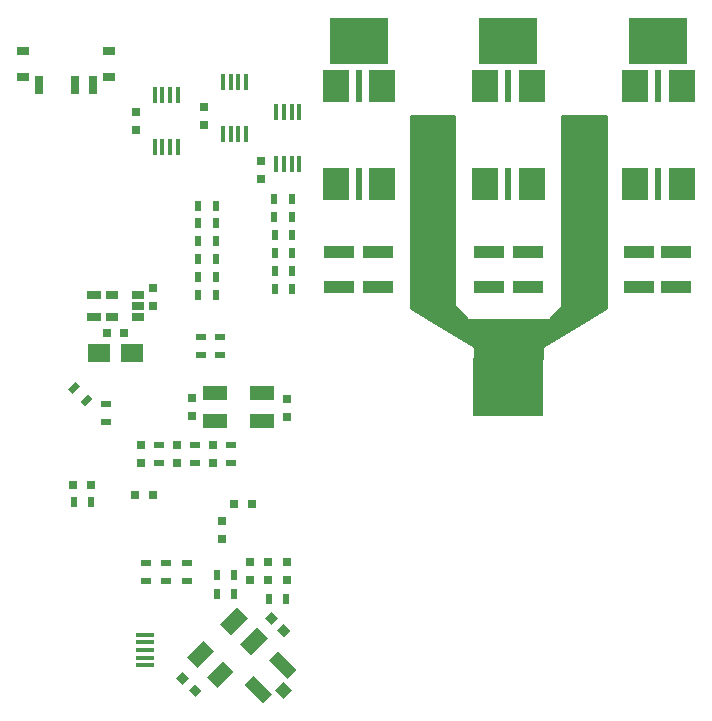
<source format=gbp>
G04 #@! TF.GenerationSoftware,KiCad,Pcbnew,(5.1.5-0)*
G04 #@! TF.CreationDate,2019-12-28T20:18:40+08:00*
G04 #@! TF.ProjectId,VESC_6,56455343-5f36-42e6-9b69-6361645f7063,A*
G04 #@! TF.SameCoordinates,Original*
G04 #@! TF.FileFunction,Paste,Bot*
G04 #@! TF.FilePolarity,Positive*
%FSLAX46Y46*%
G04 Gerber Fmt 4.6, Leading zero omitted, Abs format (unit mm)*
G04 Created by KiCad (PCBNEW (5.1.5-0)) date 2019-12-28 20:18:40*
%MOMM*%
%LPD*%
G04 APERTURE LIST*
%ADD10R,1.500000X0.450000*%
%ADD11R,2.300000X2.700000*%
%ADD12R,0.600000X2.700000*%
%ADD13R,0.797560X0.797560*%
%ADD14R,1.060000X0.650000*%
%ADD15R,1.000000X0.800000*%
%ADD16R,0.700000X1.500000*%
%ADD17R,1.300000X0.700000*%
%ADD18R,1.950000X1.500000*%
%ADD19R,0.450000X1.450000*%
%ADD20R,2.500000X1.000000*%
%ADD21R,0.900000X0.500000*%
%ADD22R,0.500000X0.900000*%
%ADD23R,0.750000X0.800000*%
%ADD24R,0.800000X0.750000*%
%ADD25C,0.100000*%
%ADD26R,2.000000X1.300000*%
%ADD27R,5.000000X4.000000*%
%ADD28R,6.000000X5.000000*%
%ADD29C,0.254000*%
G04 APERTURE END LIST*
D10*
X127000000Y-109100000D03*
X127000000Y-109750000D03*
X127000000Y-108450000D03*
X127000000Y-110400000D03*
X127000000Y-107800000D03*
D11*
X143166000Y-61382000D03*
X147066000Y-69682000D03*
X147066000Y-61382000D03*
X143166000Y-69682000D03*
D12*
X145116000Y-61382000D03*
X145116000Y-69682000D03*
D11*
X168484000Y-61382000D03*
X172384000Y-69682000D03*
X172384000Y-61382000D03*
X168484000Y-69682000D03*
D12*
X170434000Y-61382000D03*
X170434000Y-69682000D03*
D11*
X155784000Y-61382000D03*
X159684000Y-69682000D03*
X159684000Y-61382000D03*
X155784000Y-69682000D03*
D12*
X157734000Y-61382000D03*
X157734000Y-69682000D03*
D13*
X138942300Y-103156000D03*
X138942300Y-101657400D03*
X137414000Y-103187500D03*
X137414000Y-101688900D03*
X135890000Y-103187500D03*
X135890000Y-101688900D03*
D14*
X124135000Y-79046000D03*
X124135000Y-80946000D03*
X126335000Y-80946000D03*
X126335000Y-79996000D03*
X126335000Y-79046000D03*
D15*
X116619000Y-60592000D03*
X123919000Y-60592000D03*
X123919000Y-58392000D03*
X116619000Y-58392000D03*
D16*
X122519000Y-61242000D03*
X121019000Y-61242000D03*
X118019000Y-61242000D03*
D17*
X122618500Y-80946000D03*
X122618500Y-79046000D03*
D18*
X125857000Y-83947000D03*
X123107000Y-83947000D03*
D19*
X138090000Y-67986000D03*
X138740000Y-67986000D03*
X139390000Y-67986000D03*
X140040000Y-67986000D03*
X140040000Y-63586000D03*
X139390000Y-63586000D03*
X138740000Y-63586000D03*
X138090000Y-63586000D03*
X135518800Y-60995200D03*
X134868800Y-60995200D03*
X134218800Y-60995200D03*
X133568800Y-60995200D03*
X133568800Y-65395200D03*
X134218800Y-65395200D03*
X134868800Y-65395200D03*
X135518800Y-65395200D03*
X129740300Y-62138200D03*
X129090300Y-62138200D03*
X128440300Y-62138200D03*
X127790300Y-62138200D03*
X127790300Y-66538200D03*
X128440300Y-66538200D03*
X129090300Y-66538200D03*
X129740300Y-66538200D03*
D20*
X143383000Y-75398500D03*
X143383000Y-78398500D03*
X146685000Y-75398500D03*
X146685000Y-78398500D03*
X159385000Y-75398500D03*
X159385000Y-78398500D03*
X156083000Y-75398500D03*
X156083000Y-78398500D03*
X168783000Y-75398500D03*
X168783000Y-78398500D03*
X171958000Y-75398500D03*
X171958000Y-78398500D03*
D21*
X130556000Y-101739000D03*
X130556000Y-103239000D03*
X128778000Y-103239000D03*
X128778000Y-101739000D03*
X127004300Y-103227000D03*
X127004300Y-101727000D03*
D22*
X120916000Y-96583500D03*
X122416000Y-96583500D03*
X138926000Y-104775000D03*
X137426000Y-104775000D03*
X134531800Y-104343200D03*
X133031800Y-104343200D03*
X134531800Y-102743000D03*
X133031800Y-102743000D03*
D21*
X133281000Y-82619000D03*
X133281000Y-84119000D03*
X131684800Y-82630200D03*
X131684800Y-84130200D03*
D22*
X132966500Y-71501000D03*
X131466500Y-71501000D03*
X132966500Y-72961500D03*
X131466500Y-72961500D03*
X132966500Y-74485500D03*
X131466500Y-74485500D03*
X132966500Y-76009500D03*
X131466500Y-76009500D03*
X132966500Y-77533500D03*
X131466500Y-77533500D03*
X132966500Y-79057500D03*
X131466500Y-79057500D03*
X137922000Y-70929500D03*
X139422000Y-70929500D03*
X137921300Y-72466200D03*
X139421300Y-72466200D03*
X137934000Y-73977500D03*
X139434000Y-73977500D03*
X137934000Y-75501500D03*
X139434000Y-75501500D03*
X137934000Y-77025500D03*
X139434000Y-77025500D03*
X137934000Y-78549500D03*
X139434000Y-78549500D03*
D21*
X134239000Y-91782200D03*
X134239000Y-93282200D03*
X131191000Y-91782200D03*
X131191000Y-93282200D03*
X128143000Y-91782200D03*
X128143000Y-93282200D03*
D23*
X136779000Y-67703000D03*
X136779000Y-69203000D03*
D24*
X134505000Y-96774000D03*
X136005000Y-96774000D03*
X120903300Y-95135700D03*
X122403300Y-95135700D03*
D23*
X138988800Y-87845200D03*
X138988800Y-89345200D03*
D24*
X126123000Y-96012000D03*
X127623000Y-96012000D03*
D23*
X133477000Y-99695000D03*
X133477000Y-98195000D03*
X130937000Y-89269000D03*
X130937000Y-87769000D03*
X127635000Y-79998000D03*
X127635000Y-78498000D03*
X132715000Y-93282200D03*
X132715000Y-91782200D03*
X129667000Y-93282200D03*
X129667000Y-91782200D03*
X131953000Y-64631000D03*
X131953000Y-63131000D03*
X126174500Y-65087500D03*
X126174500Y-63587500D03*
X126619000Y-93282200D03*
X126619000Y-91782200D03*
D25*
G36*
X130700678Y-111501348D02*
G01*
X130170348Y-112031678D01*
X129604662Y-111465992D01*
X130134992Y-110935662D01*
X130700678Y-111501348D01*
G37*
G36*
X131761338Y-112562008D02*
G01*
X131231008Y-113092338D01*
X130665322Y-112526652D01*
X131195652Y-111996322D01*
X131761338Y-112562008D01*
G37*
G36*
X138158322Y-107446652D02*
G01*
X138688652Y-106916322D01*
X139254338Y-107482008D01*
X138724008Y-108012338D01*
X138158322Y-107446652D01*
G37*
G36*
X137097662Y-106385992D02*
G01*
X137627992Y-105855662D01*
X138193678Y-106421348D01*
X137663348Y-106951678D01*
X137097662Y-106385992D01*
G37*
D24*
X125210000Y-82296000D03*
X123710000Y-82296000D03*
D25*
G36*
X131398571Y-110647611D02*
G01*
X130479332Y-109728372D01*
X131893545Y-108314159D01*
X132812784Y-109233398D01*
X131398571Y-110647611D01*
G37*
G36*
X134226998Y-107819184D02*
G01*
X133307759Y-106899945D01*
X134721972Y-105485732D01*
X135641211Y-106404971D01*
X134226998Y-107819184D01*
G37*
G36*
X135924055Y-109516241D02*
G01*
X135004816Y-108597002D01*
X136419029Y-107182789D01*
X137338268Y-108102028D01*
X135924055Y-109516241D01*
G37*
G36*
X133095628Y-112344668D02*
G01*
X132176389Y-111425429D01*
X133590602Y-110011216D01*
X134509841Y-110930455D01*
X133095628Y-112344668D01*
G37*
D26*
X136906000Y-87339320D03*
X132906000Y-87339320D03*
X132906000Y-89739320D03*
X136906000Y-89739320D03*
D25*
G36*
X137692191Y-112873693D02*
G01*
X136949728Y-113616156D01*
X135394093Y-112060521D01*
X136136556Y-111318058D01*
X137692191Y-112873693D01*
G37*
G36*
X139389246Y-112520140D02*
G01*
X138682140Y-113227246D01*
X137939678Y-112484784D01*
X138646784Y-111777678D01*
X139389246Y-112520140D01*
G37*
G36*
X139778156Y-110787728D02*
G01*
X139035693Y-111530191D01*
X137480058Y-109974556D01*
X138222521Y-109232093D01*
X139778156Y-110787728D01*
G37*
D27*
X145114500Y-57531000D03*
X157734000Y-57531000D03*
X170434000Y-57531000D03*
D28*
X157734000Y-86800000D03*
D21*
X123621800Y-89789700D03*
X123621800Y-88289700D03*
D25*
G36*
X122500805Y-87828409D02*
G01*
X121864409Y-88464805D01*
X121510855Y-88111251D01*
X122147251Y-87474855D01*
X122500805Y-87828409D01*
G37*
G36*
X121440145Y-86767749D02*
G01*
X120803749Y-87404145D01*
X120450195Y-87050591D01*
X121086591Y-86414195D01*
X121440145Y-86767749D01*
G37*
D29*
G36*
X153162000Y-80010000D02*
G01*
X153164440Y-80034776D01*
X153171667Y-80058601D01*
X153183403Y-80080557D01*
X153199197Y-80099803D01*
X154215197Y-81115803D01*
X154234443Y-81131597D01*
X154256399Y-81143333D01*
X154280224Y-81150560D01*
X154305000Y-81153000D01*
X161163000Y-81153000D01*
X161187776Y-81150560D01*
X161211601Y-81143333D01*
X161233557Y-81131597D01*
X161252803Y-81115803D01*
X162268803Y-80099803D01*
X162284597Y-80080557D01*
X162296333Y-80058601D01*
X162303560Y-80034776D01*
X162306000Y-80010000D01*
X162306000Y-63881000D01*
X165989000Y-63881000D01*
X165989000Y-80192152D01*
X160665783Y-83391144D01*
X160645803Y-83405998D01*
X160629105Y-83424464D01*
X160616331Y-83445833D01*
X160607970Y-83469284D01*
X160604200Y-83500000D01*
X160604200Y-84455000D01*
X154863800Y-84455000D01*
X154863800Y-83500000D01*
X154861360Y-83475224D01*
X154854133Y-83451399D01*
X154842397Y-83429443D01*
X154826603Y-83410197D01*
X154802217Y-83391144D01*
X149479000Y-80192152D01*
X149479000Y-63881000D01*
X153162000Y-63881000D01*
X153162000Y-80010000D01*
G37*
X153162000Y-80010000D02*
X153164440Y-80034776D01*
X153171667Y-80058601D01*
X153183403Y-80080557D01*
X153199197Y-80099803D01*
X154215197Y-81115803D01*
X154234443Y-81131597D01*
X154256399Y-81143333D01*
X154280224Y-81150560D01*
X154305000Y-81153000D01*
X161163000Y-81153000D01*
X161187776Y-81150560D01*
X161211601Y-81143333D01*
X161233557Y-81131597D01*
X161252803Y-81115803D01*
X162268803Y-80099803D01*
X162284597Y-80080557D01*
X162296333Y-80058601D01*
X162303560Y-80034776D01*
X162306000Y-80010000D01*
X162306000Y-63881000D01*
X165989000Y-63881000D01*
X165989000Y-80192152D01*
X160665783Y-83391144D01*
X160645803Y-83405998D01*
X160629105Y-83424464D01*
X160616331Y-83445833D01*
X160607970Y-83469284D01*
X160604200Y-83500000D01*
X160604200Y-84455000D01*
X154863800Y-84455000D01*
X154863800Y-83500000D01*
X154861360Y-83475224D01*
X154854133Y-83451399D01*
X154842397Y-83429443D01*
X154826603Y-83410197D01*
X154802217Y-83391144D01*
X149479000Y-80192152D01*
X149479000Y-63881000D01*
X153162000Y-63881000D01*
X153162000Y-80010000D01*
M02*

</source>
